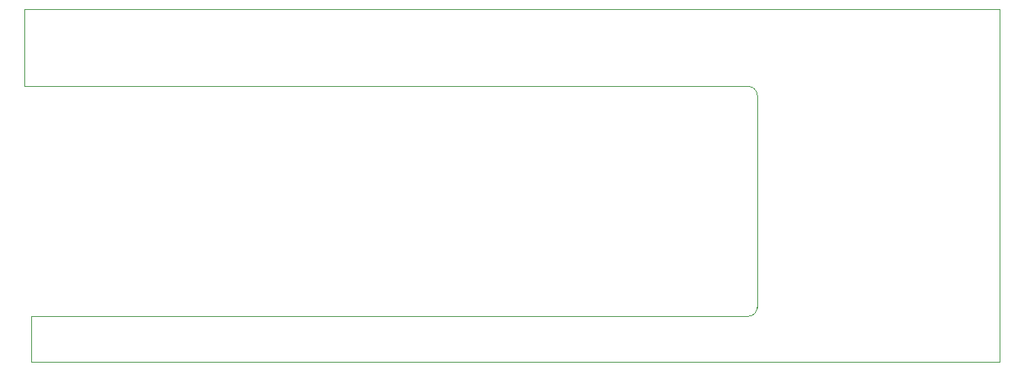
<source format=gbr>
G04 #@! TF.GenerationSoftware,KiCad,Pcbnew,5.1.5+dfsg1-2build2*
G04 #@! TF.CreationDate,2020-07-01T21:43:33+02:00*
G04 #@! TF.ProjectId,BaSe_HMI_V1_1,42615365-5f48-44d4-995f-56315f312e6b,V1_0*
G04 #@! TF.SameCoordinates,Original*
G04 #@! TF.FileFunction,Profile,NP*
%FSLAX46Y46*%
G04 Gerber Fmt 4.6, Leading zero omitted, Abs format (unit mm)*
G04 Created by KiCad (PCBNEW 5.1.5+dfsg1-2build2) date 2020-07-01 21:43:33*
%MOMM*%
%LPD*%
G04 APERTURE LIST*
%ADD10C,0.050000*%
G04 APERTURE END LIST*
D10*
X119410002Y-78550000D02*
G75*
G03X120400000Y-77580000I9999J979999D01*
G01*
X120400000Y-53989998D02*
G75*
G03X119430000Y-53000000I-979999J9999D01*
G01*
X39750000Y-83629500D02*
X39750000Y-78550000D01*
X147320000Y-44380000D02*
X147320000Y-83629500D01*
X120400000Y-77580000D02*
X120400000Y-53989998D01*
X39750000Y-78550000D02*
X119410002Y-78550000D01*
X147320000Y-83629500D02*
X39750000Y-83629500D01*
X39000000Y-53000000D02*
X119430000Y-53000000D01*
X39000000Y-44380000D02*
X39000000Y-53000000D01*
X39000000Y-44380000D02*
X147320000Y-44380000D01*
M02*

</source>
